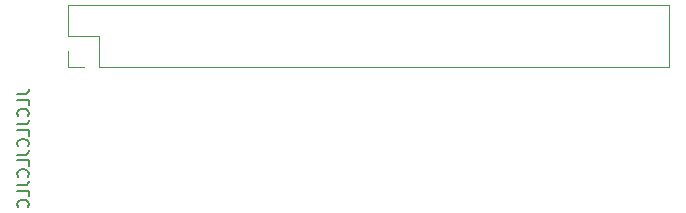
<source format=gbo>
%TF.GenerationSoftware,KiCad,Pcbnew,5.1.6*%
%TF.CreationDate,2020-08-12T10:28:14+02:00*%
%TF.ProjectId,ATAPIHat-SMI,41544150-4948-4617-942d-534d492e6b69,rev?*%
%TF.SameCoordinates,Original*%
%TF.FileFunction,Legend,Bot*%
%TF.FilePolarity,Positive*%
%FSLAX46Y46*%
G04 Gerber Fmt 4.6, Leading zero omitted, Abs format (unit mm)*
G04 Created by KiCad (PCBNEW 5.1.6) date 2020-08-12 10:28:14*
%MOMM*%
%LPD*%
G01*
G04 APERTURE LIST*
%ADD10C,0.150000*%
%ADD11C,0.120000*%
G04 APERTURE END LIST*
D10*
X47618008Y-136605828D02*
X48332294Y-136605828D01*
X48475151Y-136558209D01*
X48570389Y-136462971D01*
X48618008Y-136320114D01*
X48618008Y-136224876D01*
X48618008Y-137558209D02*
X48618008Y-137082018D01*
X47618008Y-137082018D01*
X48522770Y-138462971D02*
X48570389Y-138415352D01*
X48618008Y-138272495D01*
X48618008Y-138177256D01*
X48570389Y-138034399D01*
X48475151Y-137939161D01*
X48379913Y-137891542D01*
X48189437Y-137843923D01*
X48046580Y-137843923D01*
X47856104Y-137891542D01*
X47760866Y-137939161D01*
X47665628Y-138034399D01*
X47618008Y-138177256D01*
X47618008Y-138272495D01*
X47665628Y-138415352D01*
X47713247Y-138462971D01*
X47618008Y-139177256D02*
X48332294Y-139177256D01*
X48475151Y-139129637D01*
X48570389Y-139034399D01*
X48618008Y-138891542D01*
X48618008Y-138796304D01*
X48618008Y-140129637D02*
X48618008Y-139653447D01*
X47618008Y-139653447D01*
X48522770Y-141034399D02*
X48570389Y-140986780D01*
X48618008Y-140843923D01*
X48618008Y-140748685D01*
X48570389Y-140605828D01*
X48475151Y-140510590D01*
X48379913Y-140462971D01*
X48189437Y-140415352D01*
X48046580Y-140415352D01*
X47856104Y-140462971D01*
X47760866Y-140510590D01*
X47665628Y-140605828D01*
X47618008Y-140748685D01*
X47618008Y-140843923D01*
X47665628Y-140986780D01*
X47713247Y-141034399D01*
X47618008Y-141748685D02*
X48332294Y-141748685D01*
X48475151Y-141701066D01*
X48570389Y-141605828D01*
X48618008Y-141462971D01*
X48618008Y-141367733D01*
X48618008Y-142701066D02*
X48618008Y-142224876D01*
X47618008Y-142224876D01*
X48522770Y-143605828D02*
X48570389Y-143558209D01*
X48618008Y-143415352D01*
X48618008Y-143320114D01*
X48570389Y-143177256D01*
X48475151Y-143082018D01*
X48379913Y-143034399D01*
X48189437Y-142986780D01*
X48046580Y-142986780D01*
X47856104Y-143034399D01*
X47760866Y-143082018D01*
X47665628Y-143177256D01*
X47618008Y-143320114D01*
X47618008Y-143415352D01*
X47665628Y-143558209D01*
X47713247Y-143605828D01*
X47618008Y-144320114D02*
X48332294Y-144320114D01*
X48475151Y-144272495D01*
X48570389Y-144177256D01*
X48618008Y-144034399D01*
X48618008Y-143939161D01*
X48618008Y-145272495D02*
X48618008Y-144796304D01*
X47618008Y-144796304D01*
X48522770Y-146177256D02*
X48570389Y-146129637D01*
X48618008Y-145986780D01*
X48618008Y-145891542D01*
X48570389Y-145748685D01*
X48475151Y-145653447D01*
X48379913Y-145605828D01*
X48189437Y-145558209D01*
X48046580Y-145558209D01*
X47856104Y-145605828D01*
X47760866Y-145653447D01*
X47665628Y-145748685D01*
X47618008Y-145891542D01*
X47618008Y-145986780D01*
X47665628Y-146129637D01*
X47713247Y-146177256D01*
D11*
%TO.C,J1*%
X51915628Y-132969876D02*
X51915628Y-134299876D01*
X51915628Y-134299876D02*
X53245628Y-134299876D01*
X51915628Y-131699876D02*
X54515628Y-131699876D01*
X54515628Y-131699876D02*
X54515628Y-134299876D01*
X54515628Y-134299876D02*
X102835628Y-134299876D01*
X102835628Y-129099876D02*
X102835628Y-134299876D01*
X51915628Y-129099876D02*
X102835628Y-129099876D01*
X51915628Y-129099876D02*
X51915628Y-131699876D01*
%TD*%
M02*

</source>
